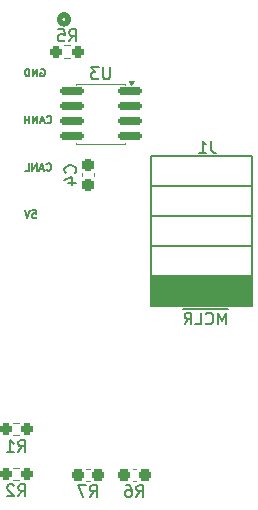
<source format=gbo>
G04 #@! TF.GenerationSoftware,KiCad,Pcbnew,9.0.7*
G04 #@! TF.CreationDate,2026-01-26T17:59:06-05:00*
G04 #@! TF.ProjectId,usbdbg,75736264-6267-42e6-9b69-6361645f7063,rev?*
G04 #@! TF.SameCoordinates,Original*
G04 #@! TF.FileFunction,Legend,Bot*
G04 #@! TF.FilePolarity,Positive*
%FSLAX46Y46*%
G04 Gerber Fmt 4.6, Leading zero omitted, Abs format (unit mm)*
G04 Created by KiCad (PCBNEW 9.0.7) date 2026-01-26 17:59:06*
%MOMM*%
%LPD*%
G01*
G04 APERTURE LIST*
G04 Aperture macros list*
%AMRoundRect*
0 Rectangle with rounded corners*
0 $1 Rounding radius*
0 $2 $3 $4 $5 $6 $7 $8 $9 X,Y pos of 4 corners*
0 Add a 4 corners polygon primitive as box body*
4,1,4,$2,$3,$4,$5,$6,$7,$8,$9,$2,$3,0*
0 Add four circle primitives for the rounded corners*
1,1,$1+$1,$2,$3*
1,1,$1+$1,$4,$5*
1,1,$1+$1,$6,$7*
1,1,$1+$1,$8,$9*
0 Add four rect primitives between the rounded corners*
20,1,$1+$1,$2,$3,$4,$5,0*
20,1,$1+$1,$4,$5,$6,$7,0*
20,1,$1+$1,$6,$7,$8,$9,0*
20,1,$1+$1,$8,$9,$2,$3,0*%
G04 Aperture macros list end*
%ADD10C,0.150000*%
%ADD11C,0.120000*%
%ADD12C,0.508000*%
%ADD13O,0.990600X2.209800*%
%ADD14O,0.990600X1.803400*%
%ADD15RoundRect,0.237500X0.300000X0.237500X-0.300000X0.237500X-0.300000X-0.237500X0.300000X-0.237500X0*%
%ADD16RoundRect,0.237500X-0.300000X-0.237500X0.300000X-0.237500X0.300000X0.237500X-0.300000X0.237500X0*%
%ADD17C,1.574800*%
%ADD18C,1.700000*%
%ADD19R,1.700000X1.700000*%
%ADD20C,1.734000*%
%ADD21C,0.800000*%
%ADD22C,6.400000*%
%ADD23RoundRect,0.237500X-0.250000X-0.237500X0.250000X-0.237500X0.250000X0.237500X-0.250000X0.237500X0*%
%ADD24RoundRect,0.237500X-0.237500X0.300000X-0.237500X-0.300000X0.237500X-0.300000X0.237500X0.300000X0*%
%ADD25R,2.000000X1.000000*%
%ADD26RoundRect,0.150000X0.825000X0.150000X-0.825000X0.150000X-0.825000X-0.150000X0.825000X-0.150000X0*%
%ADD27RoundRect,0.237500X0.250000X0.237500X-0.250000X0.237500X-0.250000X-0.237500X0.250000X-0.237500X0*%
G04 APERTURE END LIST*
D10*
X179662618Y-38453752D02*
X179723571Y-38423276D01*
X179723571Y-38423276D02*
X179814999Y-38423276D01*
X179814999Y-38423276D02*
X179906428Y-38453752D01*
X179906428Y-38453752D02*
X179967380Y-38514704D01*
X179967380Y-38514704D02*
X179997857Y-38575657D01*
X179997857Y-38575657D02*
X180028333Y-38697561D01*
X180028333Y-38697561D02*
X180028333Y-38788990D01*
X180028333Y-38788990D02*
X179997857Y-38910895D01*
X179997857Y-38910895D02*
X179967380Y-38971847D01*
X179967380Y-38971847D02*
X179906428Y-39032800D01*
X179906428Y-39032800D02*
X179814999Y-39063276D01*
X179814999Y-39063276D02*
X179754047Y-39063276D01*
X179754047Y-39063276D02*
X179662618Y-39032800D01*
X179662618Y-39032800D02*
X179632142Y-39002323D01*
X179632142Y-39002323D02*
X179632142Y-38788990D01*
X179632142Y-38788990D02*
X179754047Y-38788990D01*
X179357857Y-39063276D02*
X179357857Y-38423276D01*
X179357857Y-38423276D02*
X178992142Y-39063276D01*
X178992142Y-39063276D02*
X178992142Y-38423276D01*
X178687381Y-39063276D02*
X178687381Y-38423276D01*
X178687381Y-38423276D02*
X178535000Y-38423276D01*
X178535000Y-38423276D02*
X178443571Y-38453752D01*
X178443571Y-38453752D02*
X178382619Y-38514704D01*
X178382619Y-38514704D02*
X178352142Y-38575657D01*
X178352142Y-38575657D02*
X178321666Y-38697561D01*
X178321666Y-38697561D02*
X178321666Y-38788990D01*
X178321666Y-38788990D02*
X178352142Y-38910895D01*
X178352142Y-38910895D02*
X178382619Y-38971847D01*
X178382619Y-38971847D02*
X178443571Y-39032800D01*
X178443571Y-39032800D02*
X178535000Y-39063276D01*
X178535000Y-39063276D02*
X178687381Y-39063276D01*
X180145475Y-47002323D02*
X180175951Y-47032800D01*
X180175951Y-47032800D02*
X180267380Y-47063276D01*
X180267380Y-47063276D02*
X180328332Y-47063276D01*
X180328332Y-47063276D02*
X180419761Y-47032800D01*
X180419761Y-47032800D02*
X180480713Y-46971847D01*
X180480713Y-46971847D02*
X180511190Y-46910895D01*
X180511190Y-46910895D02*
X180541666Y-46788990D01*
X180541666Y-46788990D02*
X180541666Y-46697561D01*
X180541666Y-46697561D02*
X180511190Y-46575657D01*
X180511190Y-46575657D02*
X180480713Y-46514704D01*
X180480713Y-46514704D02*
X180419761Y-46453752D01*
X180419761Y-46453752D02*
X180328332Y-46423276D01*
X180328332Y-46423276D02*
X180267380Y-46423276D01*
X180267380Y-46423276D02*
X180175951Y-46453752D01*
X180175951Y-46453752D02*
X180145475Y-46484228D01*
X179901666Y-46880419D02*
X179596904Y-46880419D01*
X179962618Y-47063276D02*
X179749285Y-46423276D01*
X179749285Y-46423276D02*
X179535951Y-47063276D01*
X179322619Y-47063276D02*
X179322619Y-46423276D01*
X179322619Y-46423276D02*
X178956904Y-47063276D01*
X178956904Y-47063276D02*
X178956904Y-46423276D01*
X178347381Y-47063276D02*
X178652143Y-47063276D01*
X178652143Y-47063276D02*
X178652143Y-46423276D01*
X178946904Y-50423276D02*
X179251666Y-50423276D01*
X179251666Y-50423276D02*
X179282142Y-50728038D01*
X179282142Y-50728038D02*
X179251666Y-50697561D01*
X179251666Y-50697561D02*
X179190713Y-50667085D01*
X179190713Y-50667085D02*
X179038332Y-50667085D01*
X179038332Y-50667085D02*
X178977380Y-50697561D01*
X178977380Y-50697561D02*
X178946904Y-50728038D01*
X178946904Y-50728038D02*
X178916427Y-50788990D01*
X178916427Y-50788990D02*
X178916427Y-50941371D01*
X178916427Y-50941371D02*
X178946904Y-51002323D01*
X178946904Y-51002323D02*
X178977380Y-51032800D01*
X178977380Y-51032800D02*
X179038332Y-51063276D01*
X179038332Y-51063276D02*
X179190713Y-51063276D01*
X179190713Y-51063276D02*
X179251666Y-51032800D01*
X179251666Y-51032800D02*
X179282142Y-51002323D01*
X178733570Y-50423276D02*
X178520237Y-51063276D01*
X178520237Y-51063276D02*
X178306903Y-50423276D01*
X180171665Y-43002323D02*
X180202141Y-43032800D01*
X180202141Y-43032800D02*
X180293570Y-43063276D01*
X180293570Y-43063276D02*
X180354522Y-43063276D01*
X180354522Y-43063276D02*
X180445951Y-43032800D01*
X180445951Y-43032800D02*
X180506903Y-42971847D01*
X180506903Y-42971847D02*
X180537380Y-42910895D01*
X180537380Y-42910895D02*
X180567856Y-42788990D01*
X180567856Y-42788990D02*
X180567856Y-42697561D01*
X180567856Y-42697561D02*
X180537380Y-42575657D01*
X180537380Y-42575657D02*
X180506903Y-42514704D01*
X180506903Y-42514704D02*
X180445951Y-42453752D01*
X180445951Y-42453752D02*
X180354522Y-42423276D01*
X180354522Y-42423276D02*
X180293570Y-42423276D01*
X180293570Y-42423276D02*
X180202141Y-42453752D01*
X180202141Y-42453752D02*
X180171665Y-42484228D01*
X179927856Y-42880419D02*
X179623094Y-42880419D01*
X179988808Y-43063276D02*
X179775475Y-42423276D01*
X179775475Y-42423276D02*
X179562141Y-43063276D01*
X179348809Y-43063276D02*
X179348809Y-42423276D01*
X179348809Y-42423276D02*
X178983094Y-43063276D01*
X178983094Y-43063276D02*
X178983094Y-42423276D01*
X178678333Y-43063276D02*
X178678333Y-42423276D01*
X178678333Y-42728038D02*
X178312618Y-42728038D01*
X178312618Y-43063276D02*
X178312618Y-42423276D01*
X195363220Y-60069819D02*
X195363220Y-59069819D01*
X195363220Y-59069819D02*
X195029887Y-59784104D01*
X195029887Y-59784104D02*
X194696554Y-59069819D01*
X194696554Y-59069819D02*
X194696554Y-60069819D01*
X193648935Y-59974580D02*
X193696554Y-60022200D01*
X193696554Y-60022200D02*
X193839411Y-60069819D01*
X193839411Y-60069819D02*
X193934649Y-60069819D01*
X193934649Y-60069819D02*
X194077506Y-60022200D01*
X194077506Y-60022200D02*
X194172744Y-59926961D01*
X194172744Y-59926961D02*
X194220363Y-59831723D01*
X194220363Y-59831723D02*
X194267982Y-59641247D01*
X194267982Y-59641247D02*
X194267982Y-59498390D01*
X194267982Y-59498390D02*
X194220363Y-59307914D01*
X194220363Y-59307914D02*
X194172744Y-59212676D01*
X194172744Y-59212676D02*
X194077506Y-59117438D01*
X194077506Y-59117438D02*
X193934649Y-59069819D01*
X193934649Y-59069819D02*
X193839411Y-59069819D01*
X193839411Y-59069819D02*
X193696554Y-59117438D01*
X193696554Y-59117438D02*
X193648935Y-59165057D01*
X192744173Y-60069819D02*
X193220363Y-60069819D01*
X193220363Y-60069819D02*
X193220363Y-59069819D01*
X191839411Y-60069819D02*
X192172744Y-59593628D01*
X192410839Y-60069819D02*
X192410839Y-59069819D01*
X192410839Y-59069819D02*
X192029887Y-59069819D01*
X192029887Y-59069819D02*
X191934649Y-59117438D01*
X191934649Y-59117438D02*
X191887030Y-59165057D01*
X191887030Y-59165057D02*
X191839411Y-59260295D01*
X191839411Y-59260295D02*
X191839411Y-59403152D01*
X191839411Y-59403152D02*
X191887030Y-59498390D01*
X191887030Y-59498390D02*
X191934649Y-59546009D01*
X191934649Y-59546009D02*
X192029887Y-59593628D01*
X192029887Y-59593628D02*
X192410839Y-59593628D01*
X195501316Y-58792200D02*
X191748935Y-58792200D01*
X183816666Y-74679819D02*
X184149999Y-74203628D01*
X184388094Y-74679819D02*
X184388094Y-73679819D01*
X184388094Y-73679819D02*
X184007142Y-73679819D01*
X184007142Y-73679819D02*
X183911904Y-73727438D01*
X183911904Y-73727438D02*
X183864285Y-73775057D01*
X183864285Y-73775057D02*
X183816666Y-73870295D01*
X183816666Y-73870295D02*
X183816666Y-74013152D01*
X183816666Y-74013152D02*
X183864285Y-74108390D01*
X183864285Y-74108390D02*
X183911904Y-74156009D01*
X183911904Y-74156009D02*
X184007142Y-74203628D01*
X184007142Y-74203628D02*
X184388094Y-74203628D01*
X183483332Y-73679819D02*
X182816666Y-73679819D01*
X182816666Y-73679819D02*
X183245237Y-74679819D01*
X187766666Y-74684819D02*
X188099999Y-74208628D01*
X188338094Y-74684819D02*
X188338094Y-73684819D01*
X188338094Y-73684819D02*
X187957142Y-73684819D01*
X187957142Y-73684819D02*
X187861904Y-73732438D01*
X187861904Y-73732438D02*
X187814285Y-73780057D01*
X187814285Y-73780057D02*
X187766666Y-73875295D01*
X187766666Y-73875295D02*
X187766666Y-74018152D01*
X187766666Y-74018152D02*
X187814285Y-74113390D01*
X187814285Y-74113390D02*
X187861904Y-74161009D01*
X187861904Y-74161009D02*
X187957142Y-74208628D01*
X187957142Y-74208628D02*
X188338094Y-74208628D01*
X186909523Y-73684819D02*
X187099999Y-73684819D01*
X187099999Y-73684819D02*
X187195237Y-73732438D01*
X187195237Y-73732438D02*
X187242856Y-73780057D01*
X187242856Y-73780057D02*
X187338094Y-73922914D01*
X187338094Y-73922914D02*
X187385713Y-74113390D01*
X187385713Y-74113390D02*
X187385713Y-74494342D01*
X187385713Y-74494342D02*
X187338094Y-74589580D01*
X187338094Y-74589580D02*
X187290475Y-74637200D01*
X187290475Y-74637200D02*
X187195237Y-74684819D01*
X187195237Y-74684819D02*
X187004761Y-74684819D01*
X187004761Y-74684819D02*
X186909523Y-74637200D01*
X186909523Y-74637200D02*
X186861904Y-74589580D01*
X186861904Y-74589580D02*
X186814285Y-74494342D01*
X186814285Y-74494342D02*
X186814285Y-74256247D01*
X186814285Y-74256247D02*
X186861904Y-74161009D01*
X186861904Y-74161009D02*
X186909523Y-74113390D01*
X186909523Y-74113390D02*
X187004761Y-74065771D01*
X187004761Y-74065771D02*
X187195237Y-74065771D01*
X187195237Y-74065771D02*
X187290475Y-74113390D01*
X187290475Y-74113390D02*
X187338094Y-74161009D01*
X187338094Y-74161009D02*
X187385713Y-74256247D01*
X182066666Y-36104819D02*
X182399999Y-35628628D01*
X182638094Y-36104819D02*
X182638094Y-35104819D01*
X182638094Y-35104819D02*
X182257142Y-35104819D01*
X182257142Y-35104819D02*
X182161904Y-35152438D01*
X182161904Y-35152438D02*
X182114285Y-35200057D01*
X182114285Y-35200057D02*
X182066666Y-35295295D01*
X182066666Y-35295295D02*
X182066666Y-35438152D01*
X182066666Y-35438152D02*
X182114285Y-35533390D01*
X182114285Y-35533390D02*
X182161904Y-35581009D01*
X182161904Y-35581009D02*
X182257142Y-35628628D01*
X182257142Y-35628628D02*
X182638094Y-35628628D01*
X181161904Y-35104819D02*
X181638094Y-35104819D01*
X181638094Y-35104819D02*
X181685713Y-35581009D01*
X181685713Y-35581009D02*
X181638094Y-35533390D01*
X181638094Y-35533390D02*
X181542856Y-35485771D01*
X181542856Y-35485771D02*
X181304761Y-35485771D01*
X181304761Y-35485771D02*
X181209523Y-35533390D01*
X181209523Y-35533390D02*
X181161904Y-35581009D01*
X181161904Y-35581009D02*
X181114285Y-35676247D01*
X181114285Y-35676247D02*
X181114285Y-35914342D01*
X181114285Y-35914342D02*
X181161904Y-36009580D01*
X181161904Y-36009580D02*
X181209523Y-36057200D01*
X181209523Y-36057200D02*
X181304761Y-36104819D01*
X181304761Y-36104819D02*
X181542856Y-36104819D01*
X181542856Y-36104819D02*
X181638094Y-36057200D01*
X181638094Y-36057200D02*
X181685713Y-36009580D01*
X182579580Y-47233333D02*
X182627200Y-47185714D01*
X182627200Y-47185714D02*
X182674819Y-47042857D01*
X182674819Y-47042857D02*
X182674819Y-46947619D01*
X182674819Y-46947619D02*
X182627200Y-46804762D01*
X182627200Y-46804762D02*
X182531961Y-46709524D01*
X182531961Y-46709524D02*
X182436723Y-46661905D01*
X182436723Y-46661905D02*
X182246247Y-46614286D01*
X182246247Y-46614286D02*
X182103390Y-46614286D01*
X182103390Y-46614286D02*
X181912914Y-46661905D01*
X181912914Y-46661905D02*
X181817676Y-46709524D01*
X181817676Y-46709524D02*
X181722438Y-46804762D01*
X181722438Y-46804762D02*
X181674819Y-46947619D01*
X181674819Y-46947619D02*
X181674819Y-47042857D01*
X181674819Y-47042857D02*
X181722438Y-47185714D01*
X181722438Y-47185714D02*
X181770057Y-47233333D01*
X182008152Y-48090476D02*
X182674819Y-48090476D01*
X181627200Y-47852381D02*
X182341485Y-47614286D01*
X182341485Y-47614286D02*
X182341485Y-48233333D01*
X177766666Y-70879819D02*
X178099999Y-70403628D01*
X178338094Y-70879819D02*
X178338094Y-69879819D01*
X178338094Y-69879819D02*
X177957142Y-69879819D01*
X177957142Y-69879819D02*
X177861904Y-69927438D01*
X177861904Y-69927438D02*
X177814285Y-69975057D01*
X177814285Y-69975057D02*
X177766666Y-70070295D01*
X177766666Y-70070295D02*
X177766666Y-70213152D01*
X177766666Y-70213152D02*
X177814285Y-70308390D01*
X177814285Y-70308390D02*
X177861904Y-70356009D01*
X177861904Y-70356009D02*
X177957142Y-70403628D01*
X177957142Y-70403628D02*
X178338094Y-70403628D01*
X176814285Y-70879819D02*
X177385713Y-70879819D01*
X177099999Y-70879819D02*
X177099999Y-69879819D01*
X177099999Y-69879819D02*
X177195237Y-70022676D01*
X177195237Y-70022676D02*
X177290475Y-70117914D01*
X177290475Y-70117914D02*
X177385713Y-70165533D01*
X194083333Y-44554819D02*
X194083333Y-45269104D01*
X194083333Y-45269104D02*
X194130952Y-45411961D01*
X194130952Y-45411961D02*
X194226190Y-45507200D01*
X194226190Y-45507200D02*
X194369047Y-45554819D01*
X194369047Y-45554819D02*
X194464285Y-45554819D01*
X193083333Y-45554819D02*
X193654761Y-45554819D01*
X193369047Y-45554819D02*
X193369047Y-44554819D01*
X193369047Y-44554819D02*
X193464285Y-44697676D01*
X193464285Y-44697676D02*
X193559523Y-44792914D01*
X193559523Y-44792914D02*
X193654761Y-44840533D01*
X185511904Y-38304819D02*
X185511904Y-39114342D01*
X185511904Y-39114342D02*
X185464285Y-39209580D01*
X185464285Y-39209580D02*
X185416666Y-39257200D01*
X185416666Y-39257200D02*
X185321428Y-39304819D01*
X185321428Y-39304819D02*
X185130952Y-39304819D01*
X185130952Y-39304819D02*
X185035714Y-39257200D01*
X185035714Y-39257200D02*
X184988095Y-39209580D01*
X184988095Y-39209580D02*
X184940476Y-39114342D01*
X184940476Y-39114342D02*
X184940476Y-38304819D01*
X184559523Y-38304819D02*
X183940476Y-38304819D01*
X183940476Y-38304819D02*
X184273809Y-38685771D01*
X184273809Y-38685771D02*
X184130952Y-38685771D01*
X184130952Y-38685771D02*
X184035714Y-38733390D01*
X184035714Y-38733390D02*
X183988095Y-38781009D01*
X183988095Y-38781009D02*
X183940476Y-38876247D01*
X183940476Y-38876247D02*
X183940476Y-39114342D01*
X183940476Y-39114342D02*
X183988095Y-39209580D01*
X183988095Y-39209580D02*
X184035714Y-39257200D01*
X184035714Y-39257200D02*
X184130952Y-39304819D01*
X184130952Y-39304819D02*
X184416666Y-39304819D01*
X184416666Y-39304819D02*
X184511904Y-39257200D01*
X184511904Y-39257200D02*
X184559523Y-39209580D01*
X177766666Y-74629819D02*
X178099999Y-74153628D01*
X178338094Y-74629819D02*
X178338094Y-73629819D01*
X178338094Y-73629819D02*
X177957142Y-73629819D01*
X177957142Y-73629819D02*
X177861904Y-73677438D01*
X177861904Y-73677438D02*
X177814285Y-73725057D01*
X177814285Y-73725057D02*
X177766666Y-73820295D01*
X177766666Y-73820295D02*
X177766666Y-73963152D01*
X177766666Y-73963152D02*
X177814285Y-74058390D01*
X177814285Y-74058390D02*
X177861904Y-74106009D01*
X177861904Y-74106009D02*
X177957142Y-74153628D01*
X177957142Y-74153628D02*
X178338094Y-74153628D01*
X177385713Y-73725057D02*
X177338094Y-73677438D01*
X177338094Y-73677438D02*
X177242856Y-73629819D01*
X177242856Y-73629819D02*
X177004761Y-73629819D01*
X177004761Y-73629819D02*
X176909523Y-73677438D01*
X176909523Y-73677438D02*
X176861904Y-73725057D01*
X176861904Y-73725057D02*
X176814285Y-73820295D01*
X176814285Y-73820295D02*
X176814285Y-73915533D01*
X176814285Y-73915533D02*
X176861904Y-74058390D01*
X176861904Y-74058390D02*
X177433332Y-74629819D01*
X177433332Y-74629819D02*
X176814285Y-74629819D01*
D11*
G04 #@! TO.C,R7*
X183796267Y-73310000D02*
X183503733Y-73310000D01*
X183796267Y-72290000D02*
X183503733Y-72290000D01*
G04 #@! TO.C,R6*
X187453733Y-72290000D02*
X187746267Y-72290000D01*
X187453733Y-73310000D02*
X187746267Y-73310000D01*
D12*
G04 #@! TO.C,J3*
X182015001Y-34250000D02*
G75*
G02*
X181253001Y-34250000I-381000J0D01*
G01*
X181253001Y-34250000D02*
G75*
G02*
X182015001Y-34250000I381000J0D01*
G01*
D11*
G04 #@! TO.C,R5*
X181645276Y-37497500D02*
X182154724Y-37497500D01*
X181645276Y-36452500D02*
X182154724Y-36452500D01*
G04 #@! TO.C,C4*
X183140000Y-47253733D02*
X183140000Y-47546267D01*
X184160000Y-47253733D02*
X184160000Y-47546267D01*
G04 #@! TO.C,R1*
X177345276Y-68427500D02*
X177854724Y-68427500D01*
X177345276Y-69472500D02*
X177854724Y-69472500D01*
D10*
G04 #@! TO.C,J1*
X189012500Y-45800000D02*
X197512500Y-45800000D01*
X189012500Y-48340000D02*
X197512500Y-48340000D01*
X189012500Y-50880000D02*
X197512500Y-50880000D01*
X189012500Y-53420000D02*
X197512500Y-53420000D01*
X189012500Y-55960000D02*
X197512500Y-55960000D01*
X189012500Y-58500000D02*
X189012500Y-45800000D01*
X189012500Y-58500000D02*
X197512500Y-58500000D01*
X197512500Y-58500000D02*
X197512500Y-45800000D01*
X197458300Y-58449200D02*
X189076300Y-58449200D01*
X189076300Y-56010800D01*
X197458300Y-56010800D01*
X197458300Y-58449200D01*
G36*
X197458300Y-58449200D02*
G01*
X189076300Y-58449200D01*
X189076300Y-56010800D01*
X197458300Y-56010800D01*
X197458300Y-58449200D01*
G37*
D11*
G04 #@! TO.C,U3*
X182690000Y-39690000D02*
X182690000Y-39785000D01*
X182690000Y-44715000D02*
X182690000Y-44810000D01*
X182690000Y-44810000D02*
X186810000Y-44810000D01*
X186810000Y-39690000D02*
X182690000Y-39690000D01*
X186810000Y-39785000D02*
X186810000Y-39690000D01*
X186810000Y-44810000D02*
X186810000Y-44715000D01*
X187350000Y-39780000D02*
X187110000Y-39450000D01*
X187590000Y-39450000D01*
X187350000Y-39780000D01*
G36*
X187350000Y-39780000D02*
G01*
X187110000Y-39450000D01*
X187590000Y-39450000D01*
X187350000Y-39780000D01*
G37*
G04 #@! TO.C,R2*
X177854724Y-72202500D02*
X177345276Y-72202500D01*
X177854724Y-73247500D02*
X177345276Y-73247500D01*
G04 #@! TD*
%LPC*%
D13*
G04 #@! TO.C,J4*
X189945000Y-74895051D03*
D14*
X189945000Y-70895050D03*
D13*
X181305000Y-74895051D03*
D14*
X181305000Y-70895050D03*
G04 #@! TD*
D15*
G04 #@! TO.C,R7*
X182787500Y-72800000D03*
X184512500Y-72800000D03*
G04 #@! TD*
D16*
G04 #@! TO.C,R6*
X188462500Y-72800000D03*
X186737500Y-72800000D03*
G04 #@! TD*
D17*
G04 #@! TO.C,J3*
X189224999Y-37249999D03*
X186225000Y-37249999D03*
X189224999Y-34250000D03*
X186225000Y-34250000D03*
G04 #@! TD*
D18*
G04 #@! TO.C,TERM*
X179790000Y-34150000D03*
D19*
X177250000Y-34150000D03*
G04 #@! TD*
D18*
G04 #@! TO.C,PWR*
X195600000Y-31885000D03*
D19*
X195600000Y-34425000D03*
G04 #@! TD*
D20*
G04 #@! TO.C,CANH*
X176600000Y-42775000D03*
G04 #@! TD*
G04 #@! TO.C,CANL*
X176600000Y-46775000D03*
G04 #@! TD*
G04 #@! TO.C,5V*
X176600000Y-50775000D03*
G04 #@! TD*
G04 #@! TO.C,GND*
X176600000Y-38775000D03*
G04 #@! TD*
D21*
G04 #@! TO.C,H1*
X176050000Y-28650000D03*
X176752944Y-26952944D03*
X176752944Y-30347056D03*
X178450000Y-26250000D03*
D22*
X178450000Y-28650000D03*
D21*
X178450000Y-31050000D03*
X180147056Y-26952944D03*
X180147056Y-30347056D03*
X180850000Y-28650000D03*
G04 #@! TD*
G04 #@! TO.C,H2*
X192050001Y-73650001D03*
X192752945Y-71952945D03*
X192752945Y-75347057D03*
X194450001Y-71250001D03*
D22*
X194450001Y-73650001D03*
D21*
X194450001Y-76050001D03*
X196147057Y-71952945D03*
X196147057Y-75347057D03*
X196850001Y-73650001D03*
G04 #@! TD*
D23*
G04 #@! TO.C,R5*
X180987500Y-36975000D03*
X182812500Y-36975000D03*
G04 #@! TD*
D24*
G04 #@! TO.C,C4*
X183650000Y-46537500D03*
X183650000Y-48262500D03*
G04 #@! TD*
D23*
G04 #@! TO.C,R1*
X176687500Y-68950000D03*
X178512500Y-68950000D03*
G04 #@! TD*
D25*
G04 #@! TO.C,J1*
X186612500Y-57230000D03*
X186612500Y-54690000D03*
X186612500Y-52150000D03*
X186612500Y-49610000D03*
X186612500Y-47070000D03*
G04 #@! TD*
D26*
G04 #@! TO.C,U3*
X187225000Y-40345000D03*
X187225000Y-41615000D03*
X187225000Y-42885000D03*
X187225000Y-44155000D03*
X182275000Y-44155000D03*
X182275000Y-42885000D03*
X182275000Y-41615000D03*
X182275000Y-40345000D03*
G04 #@! TD*
D27*
G04 #@! TO.C,R2*
X178512500Y-72725000D03*
X176687500Y-72725000D03*
G04 #@! TD*
%LPD*%
M02*

</source>
